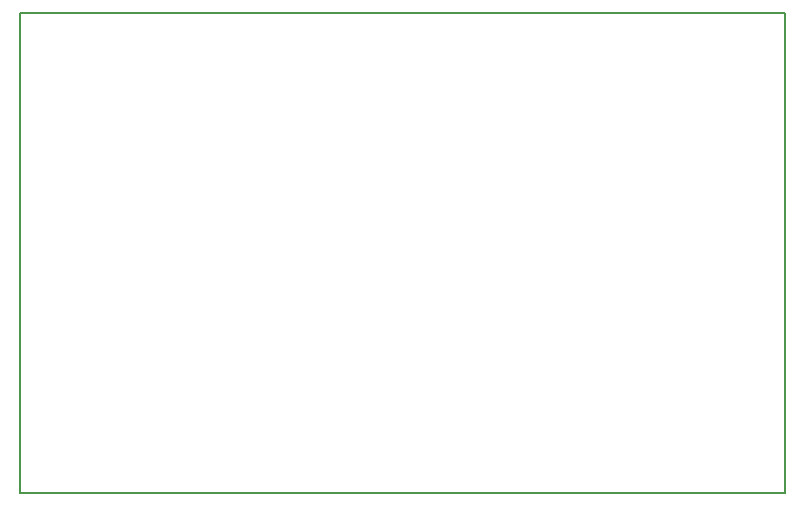
<source format=gbr>
G04 #@! TF.GenerationSoftware,KiCad,Pcbnew,(5.0.0-rc2-dev-471-ge4feb315d)*
G04 #@! TF.CreationDate,2018-05-05T14:14:47+01:00*
G04 #@! TF.ProjectId,cherry_breakout_2u_double_side,6368657272795F627265616B6F75745F,rev?*
G04 #@! TF.SameCoordinates,Original*
G04 #@! TF.FileFunction,Profile,NP*
%FSLAX46Y46*%
G04 Gerber Fmt 4.6, Leading zero omitted, Abs format (unit mm)*
G04 Created by KiCad (PCBNEW (5.0.0-rc2-dev-471-ge4feb315d)) date Sat May  5 14:14:47 2018*
%MOMM*%
%LPD*%
G01*
G04 APERTURE LIST*
%ADD10C,0.150000*%
G04 APERTURE END LIST*
D10*
X191770000Y-128270000D02*
X191770000Y-87630000D01*
X127000000Y-128270000D02*
X191770000Y-128270000D01*
X127000000Y-87630000D02*
X191770000Y-87630000D01*
X127000000Y-87630000D02*
X127000000Y-128270000D01*
M02*

</source>
